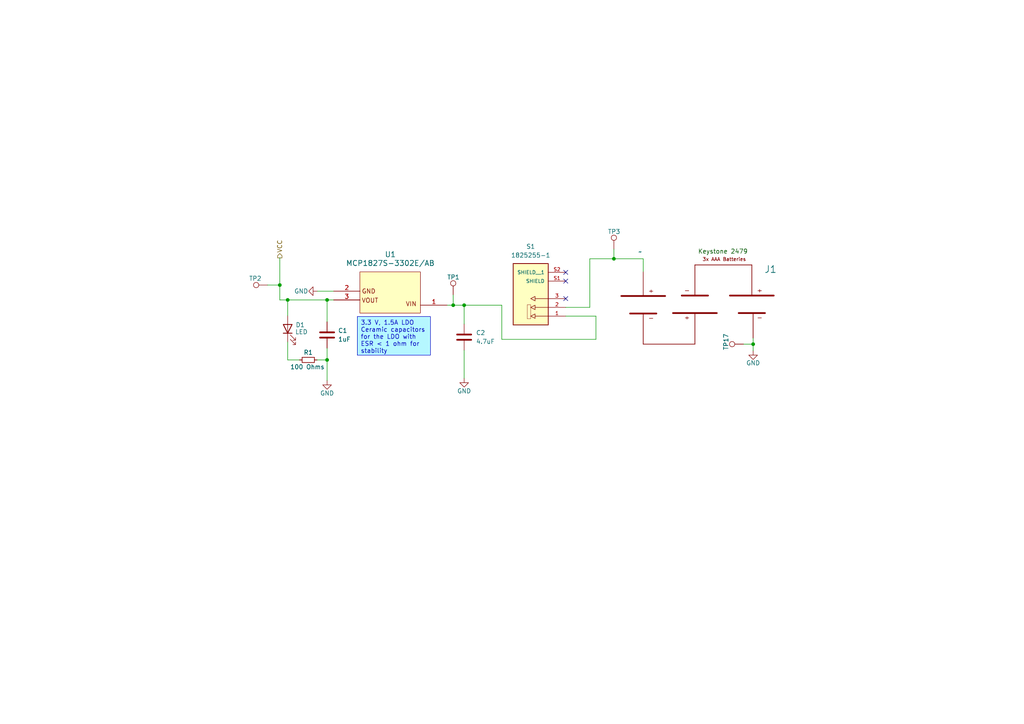
<source format=kicad_sch>
(kicad_sch (version 20231120) (generator "eeschema") (generator_version "8.0")
  (paper "A4")
  (lib_symbols
    (symbol "Connector:TestPoint" (pin_numbers hide) (pin_names (offset 0.762) hide)
      (property "Reference" "TP" (at 0 6.858 0))
      (property "Value" "TestPoint" (at 0 5.08 0))
      (symbol "TestPoint_0_1"
        (circle (center 0 3.302) (radius 0.762))
      )
      (symbol "TestPoint_1_1"
        (pin passive line (at 0 0 90) (length 2.54) (name "1") (number "1"))
      )
    )
    (symbol "Device:C" (pin_numbers hide) (pin_names (offset 0.254))
      (property "Reference" "C" (at 0.635 2.54 0))
      (property "Value" "C" (at 0.635 -2.54 0))
      (symbol "C_0_1"
        (polyline (pts (xy -2.032 -0.762) (xy 2.032 -0.762)) (stroke (width 0.508)))
        (polyline (pts (xy -2.032 0.762) (xy 2.032 0.762)) (stroke (width 0.508)))
      )
      (symbol "C_1_1"
        (pin passive line (at 0 3.81 270) (length 2.794) (name "~") (number "1"))
        (pin passive line (at 0 -3.81 90) (length 2.794) (name "~") (number "2"))
      )
    )
    (symbol "Device:LED" (pin_numbers hide) (pin_names (offset 1.016) hide)
      (property "Reference" "D" (at 0 2.54 0))
      (property "Value" "LED" (at 0 -2.54 0))
      (symbol "LED_0_1"
        (polyline (pts (xy -1.27 -1.27) (xy -1.27 1.27)) (stroke (width 0.254)))
        (polyline (pts (xy -1.27 0) (xy 1.27 0)))
        (polyline (pts (xy 1.27 -1.27) (xy 1.27 1.27) (xy -1.27 0) (xy 1.27 -1.27)) (stroke (width 0.254)))
        (polyline (pts (xy -3.048 -0.762) (xy -4.572 -2.286) (xy -3.81 -2.286) (xy -4.572 -2.286) (xy -4.572 -1.524)))
        (polyline (pts (xy -1.778 -0.762) (xy -3.302 -2.286) (xy -2.54 -2.286) (xy -3.302 -2.286) (xy -3.302 -1.524)))
      )
      (symbol "LED_1_1"
        (pin passive line (at -3.81 0 0) (length 2.54) (name "K") (number "1"))
        (pin passive line (at 3.81 0 180) (length 2.54) (name "A") (number "2"))
      )
    )
    (symbol "Device:R_Small" (pin_numbers hide) (pin_names (offset 0.254) hide)
      (property "Reference" "R" (at 0.762 0.508 0))
      (property "Value" "R_Small" (at 0.762 -1.016 0))
      (symbol "R_Small_0_1"
        (rectangle (start -0.762 1.778) (end 0.762 -1.778) (stroke (width 0.2032)))
      )
      (symbol "R_Small_1_1"
        (pin passive line (at 0 2.54 270) (length 0.762) (name "~") (number "1"))
        (pin passive line (at 0 -2.54 90) (length 0.762) (name "~") (number "2"))
      )
    )
    (symbol "Personal_Library:1825255-1" (pin_names (offset 1.016))
      (property "Reference" "S" (at -5.08 8.89 0))
      (property "Value" "1825255-1" (at -5.08 -12.192 0))
      (symbol "1825255-1_0_0"
        (rectangle (start -5.08 -10.16) (end 5.08 7.62) (stroke (width 0.254)) (fill (type background)))
        (polyline (pts (xy -5.08 0) (xy -1.27 0)) (stroke (width 0.1524)))
        (polyline (pts (xy -5.08 2.54) (xy -1.27 2.54)) (stroke (width 0.1524)))
        (polyline (pts (xy -5.08 5.08) (xy -1.27 5.08)) (stroke (width 0.1524)))
        (polyline (pts (xy -1.27 0.635) (xy -1.27 -0.635) (xy 0 0) (xy -1.27 0.635)) (stroke (width 0.1524)) (fill (type background)))
        (polyline (pts (xy -1.27 3.175) (xy -1.27 1.905) (xy 0 2.54) (xy -1.27 3.175)) (stroke (width 0.1524)) (fill (type background)))
        (polyline (pts (xy -1.27 5.715) (xy -1.27 4.445) (xy 0 5.08) (xy -1.27 5.715)) (stroke (width 0.1524)) (fill (type background)))
        (polyline (pts (xy 0 5.842) (xy 0 1.778) (xy 1.016 1.778) (xy 1.016 5.842) (xy 0 5.842)) (stroke (width 0.0254)) (fill (type background)))
        (pin passive line (at -10.16 0 0) (length 5.08) (name "~") (number "3"))
        (pin passive line (at -10.16 -5.08 0) (length 5.08) (name "SHIELD") (number "S1"))
        (pin passive line (at -10.16 -7.62 0) (length 5.08) (name "SHIELD__1") (number "S2"))
      )
      (symbol "1825255-1_1_0"
        (pin power_out line (at -10.16 5.08 0) (length 5.08) (name "~") (number "1"))
        (pin power_in line (at -10.16 2.54 0) (length 5.08) (name "~") (number "2"))
      )
    )
    (symbol "Personal_Library:2479"
      (property "Reference" "J" (at 36.195 -0.762 0))
      (symbol "2479_1_1"
        (polyline (pts (xy -6.35 -9.017) (xy 6.35 -9.017)) (stroke (width 0.5)))
        (polyline (pts (xy -3.81 -14.097) (xy 3.81 -14.097)) (stroke (width 0.5)))
        (polyline (pts (xy 0 -14.097) (xy 0 -22.987)) (stroke (width 0.2)))
        (polyline (pts (xy 1.778 -15.494) (xy 2.794 -15.494)))
        (polyline (pts (xy 1.778 -7.62) (xy 2.794 -7.62)))
        (polyline (pts (xy 2.286 -7.239) (xy 2.286 -8.001)))
        (polyline (pts (xy 12.7 -15.748) (xy 12.7 -14.986)))
        (polyline (pts (xy 13.208 -15.367) (xy 12.192 -15.367)))
        (polyline (pts (xy 13.208 -7.493) (xy 12.192 -7.493)))
        (polyline (pts (xy 14.986 -22.987) (xy 0 -22.987)) (stroke (width 0.2)))
        (polyline (pts (xy 14.986 -8.89) (xy 14.986 0)) (stroke (width 0.2)))
        (polyline (pts (xy 18.796 -8.89) (xy 11.176 -8.89)) (stroke (width 0.5)))
        (polyline (pts (xy 21.336 -13.97) (xy 8.636 -13.97)) (stroke (width 0.5)))
        (polyline (pts (xy 25.146 -8.89) (xy 37.846 -8.89)) (stroke (width 0.5)))
        (polyline (pts (xy 27.686 -13.97) (xy 35.306 -13.97)) (stroke (width 0.5)))
        (polyline (pts (xy 31.496 0) (xy 14.986 0)) (stroke (width 0.2)))
        (polyline (pts (xy 33.274 -15.367) (xy 34.29 -15.367)))
        (polyline (pts (xy 33.274 -7.493) (xy 34.29 -7.493)))
        (polyline (pts (xy 33.782 -7.112) (xy 33.782 -7.874)))
        (polyline (pts (xy 14.986 -13.97) (xy 14.986 -22.987) (xy 14.986 -21.59)) (stroke (width 0.2)))
        (polyline (pts (xy 31.496 -8.89) (xy 31.496 0) (xy 31.496 -1.27)) (stroke (width 0.2)))
        (text "3x AAA Batteries " (at 23.876 1.651 0) (effects (font (size 1 1))))
        (text "Keystone 2479" (at 23.114 3.937 0) (effects (font (size 1.27 1.27))))
        (pin power_out line (at 0 -2.032 270) (length 7) (name "") (number "1"))
        (pin power_in line (at 31.877 -21.209 90) (length 7) (name "") (number "2"))
      )
    )
    (symbol "Personal_Library:MCP1827S-3302E_AB" (pin_names (offset 0.254))
      (property "Reference" "U" (at 0 10.922 0))
      (property "Value" "MCP1827S-3302E/AB" (at 0.381 7.112 0))
      (symbol "MCP1827S-3302E_AB_0_1"
        (pin power_in line (at -16.129 2.54 0) (length 7.62) (name "") (number "1"))
      )
      (symbol "MCP1827S-3302E_AB_1_1"
        (rectangle (start -8.382 4.826) (end 9.144 -7.112) (fill (type background)))
        (text "GND" (at 6.604 -1.524 0) (effects (font (size 1.27 1.27))))
        (text "VIN" (at -5.715 2.159 0) (effects (font (size 1.27 1.27))))
        (text "VOUT" (at 6.223 1.143 0) (effects (font (size 1.27 1.27))))
        (pin power_out line (at 16.764 -1.524 180) (length 7.62) (name "") (number "2"))
        (pin power_out line (at 16.764 1.016 180) (length 7.62) (name "") (number "3"))
      )
    )
    (symbol "power:GND" (power) (pin_names (offset 0))
      (property "Value" "GND" (at 0 -3.81 0))
      (symbol "GND_0_1"
        (polyline (pts (xy 0 0) (xy 0 -1.27) (xy 1.27 -1.27) (xy 0 -2.54) (xy -1.27 -1.27) (xy 0 -1.27)))
      )
      (symbol "GND_1_1"
        (pin power_in line (at 0 0 270) (length 0) hide (name "GND") (number "1"))
      )
    )
  )
  (junction (at 134.62 88.519))
  (junction (at 94.869 104.394))
  (junction (at 131.445 88.519))
  (junction (at 218.44 99.822))
  (junction (at 81.153 82.677))
  (junction (at 83.439 86.995))
  (junction (at 178.054 75.057))
  (junction (at 94.869 86.995))
  (no_connect (at 164.084 78.994))
  (no_connect (at 164.084 81.534))
  (no_connect (at 164.084 86.614))
  (wire (pts (xy 218.44 99.822) (xy 218.44 101.727)))
  (wire (pts (xy 91.948 104.394) (xy 94.869 104.394)))
  (wire (pts (xy 164.084 91.694) (xy 172.847 91.694)))
  (wire (pts (xy 94.869 86.995) (xy 94.869 93.345)))
  (wire (pts (xy 83.439 86.995) (xy 94.869 86.995)))
  (wire (pts (xy 81.153 82.677) (xy 81.153 86.995)))
  (wire (pts (xy 94.869 100.965) (xy 94.869 104.394)))
  (wire (pts (xy 178.054 75.057) (xy 186.563 75.057)))
  (wire (pts (xy 92.075 84.455) (xy 96.774 84.455)))
  (wire (pts (xy 83.439 91.567) (xy 83.439 86.995)))
  (wire (pts (xy 83.439 104.394) (xy 86.868 104.394)))
  (wire (pts (xy 81.153 74.803) (xy 81.153 82.677)))
  (wire (pts (xy 134.62 101.6) (xy 134.62 109.728)))
  (wire (pts (xy 94.869 86.995) (xy 96.774 86.995)))
  (wire (pts (xy 131.445 85.471) (xy 131.445 88.519)))
  (wire (pts (xy 131.445 88.519) (xy 134.62 88.519)))
  (wire (pts (xy 164.084 89.154) (xy 171.069 89.154)))
  (wire (pts (xy 218.44 98.044) (xy 218.44 99.822)))
  (wire (pts (xy 145.542 98.425) (xy 145.542 88.519)))
  (wire (pts (xy 171.069 89.154) (xy 171.069 75.057)))
  (wire (pts (xy 186.563 75.057) (xy 186.563 78.867)))
  (wire (pts (xy 94.869 104.394) (xy 94.869 110.363)))
  (wire (pts (xy 172.847 91.694) (xy 172.847 98.425)))
  (wire (pts (xy 129.667 88.519) (xy 131.445 88.519)))
  (wire (pts (xy 172.847 98.425) (xy 145.542 98.425)))
  (wire (pts (xy 178.054 72.263) (xy 178.054 75.057)))
  (wire (pts (xy 83.439 99.187) (xy 83.439 104.394)))
  (wire (pts (xy 171.069 75.057) (xy 178.054 75.057)))
  (wire (pts (xy 134.62 88.519) (xy 145.542 88.519)))
  (wire (pts (xy 134.62 88.519) (xy 134.62 93.98)))
  (wire (pts (xy 77.597 82.677) (xy 81.153 82.677)))
  (wire (pts (xy 215.646 99.822) (xy 218.44 99.822)))
  (wire (pts (xy 81.153 86.995) (xy 83.439 86.995)))
  (text_box "3.3 V, 1.5A LDO\nCeramic capacitors for the LDO with ESR < 1 ohm for stability" (at 103.632 91.821 0) (size 21.209 11.176) (fill (type color) (color 181 247 255 1)) (effects (font (size 1.27 1.27)) (justify left top)))
  (hierarchical_label "VCC" (shape output) (at 81.153 74.803 90))
  (symbol (lib_id "Device:LED") (at 83.439 95.377 90) (unit 1)
    (property "Reference" "D1" (at 85.725 94.234 90) (effects (justify right)))
    (property "Value" "LED" (at 85.598 96.266 90) (effects (justify right)))
    (property "Footprint" "LED_THT:LED_D5.0mm" (effects (hide yes)))
  )
  (symbol (lib_id "Connector:TestPoint") (at 77.597 82.677 90) (unit 1)
    (property "Reference" "TP2" (at 74.041 80.772 90))
    (property "Value" "TestPoint" (effects (hide yes)))
    (property "Footprint" "TestPoint:TestPoint_Loop_D2.50mm_Drill1.0mm_LowProfile" (effects (hide yes)))
  )
  (symbol (lib_id "power:GND") (at 218.44 101.727 0) (unit 1)
    (property "Reference" "#PWR01" (effects (hide yes)))
    (property "Value" "GND" (at 218.44 105.283 0))
  )
  (symbol (lib_id "Connector:TestPoint") (at 215.646 99.822 90) (unit 1)
    (property "Reference" "TP17" (at 210.566 101.6 0) (effects (justify left)))
    (property "Value" "TestPoint" (effects (hide yes)))
    (property "Footprint" "TestPoint:TestPoint_Loop_D2.50mm_Drill1.0mm_LowProfile" (effects (hide yes)))
  )
  (symbol (lib_id "Connector:TestPoint") (at 178.054 72.263 0) (unit 1)
    (property "Reference" "TP3" (at 176.276 67.183 0) (effects (justify left)))
    (property "Value" "TestPoint" (effects (hide yes)))
    (property "Footprint" "TestPoint:TestPoint_Pad_2.0x2.0mm" (effects (hide yes)))
  )
  (symbol (lib_id "Personal_Library:MCP1827S-3302E_AB") (at 113.538 85.979 180) (unit 1)
    (property "Reference" "U1" (at 113.2205 73.787 0) (effects (font (size 1.524 1.524))))
    (property "Value" "MCP1827S-3302E/AB" (at 113.2205 76.327 0) (effects (font (size 1.524 1.524))))
    (property "Footprint" "Personal Library:MCP1827S-3302E" (effects (hide yes)))
  )
  (symbol (lib_id "Personal_Library:1825255-1") (at 153.924 86.614 180) (unit 1)
    (property "Reference" "S1" (at 153.924 71.501 0))
    (property "Value" "1825255-1" (at 153.924 74.041 0))
    (property "Footprint" "SW_1825255-1" (effects (hide yes)))
    (property "MANUFACTURER" "TE Connectivity" (effects (hide yes)))
  )
  (symbol (lib_id "power:GND") (at 94.869 110.363 0) (unit 1)
    (property "Reference" "#PWR03" (effects (hide yes)))
    (property "Value" "GND" (at 94.869 114.046 0))
  )
  (symbol (lib_id "Personal_Library:2479") (at 186.563 76.835 0) (unit 1)
    (property "Reference" "J1" (at 221.615 78.105 0) (effects (font (size 2 2)) (justify left)))
    (property "Value" "~" (at 185.674 73.025 0))
    (property "Footprint" "Personal Library:Keystone_2479" (effects (hide yes)))
  )
  (symbol (lib_id "Device:C") (at 134.62 97.79 0) (unit 1)
    (property "Reference" "C2" (at 138.049 96.52 0) (effects (justify left)))
    (property "Value" "4.7uF" (at 138.049 99.06 0) (effects (justify left)))
    (property "Footprint" "Capacitor_THT:C_Disc_D6.0mm_W2.5mm_P5.00mm" (effects (hide yes)))
  )
  (symbol (lib_id "power:GND") (at 134.62 109.728 0) (unit 1)
    (property "Reference" "#PWR02" (effects (hide yes)))
    (property "Value" "GND" (at 134.62 113.411 0))
  )
  (symbol (lib_id "Device:C") (at 94.869 97.155 0) (unit 1)
    (property "Reference" "C1" (at 98.044 95.885 0) (effects (justify left)))
    (property "Value" "1uF" (at 98.044 98.425 0) (effects (justify left)))
    (property "Footprint" "Capacitor_THT:C_Disc_D6.0mm_W2.5mm_P5.00mm" (effects (hide yes)))
  )
  (symbol (lib_id "Connector:TestPoint") (at 131.445 85.471 0) (unit 1)
    (property "Reference" "TP1" (at 129.667 80.391 0) (effects (justify left)))
    (property "Value" "TestPoint" (effects (hide yes)))
    (property "Footprint" "TestPoint:TestPoint_Pad_2.0x2.0mm" (effects (hide yes)))
  )
  (symbol (lib_id "Device:R_Small") (at 89.408 104.394 90) (unit 1)
    (property "Reference" "R1" (at 89.408 102.235 90))
    (property "Value" "100 Ohms" (at 89.154 106.426 90))
    (property "Footprint" "Resistor_THT:R_Axial_DIN0309_L9.0mm_D3.2mm_P12.70mm_Horizontal" (effects (hide yes)))
  )
  (symbol (lib_id "power:GND") (at 92.075 84.455 270) (unit 1)
    (property "Reference" "#PWR04" (effects (hide yes)))
    (property "Value" "GND" (at 89.408 84.455 90) (effects (justify right)))
  )
)
</source>
